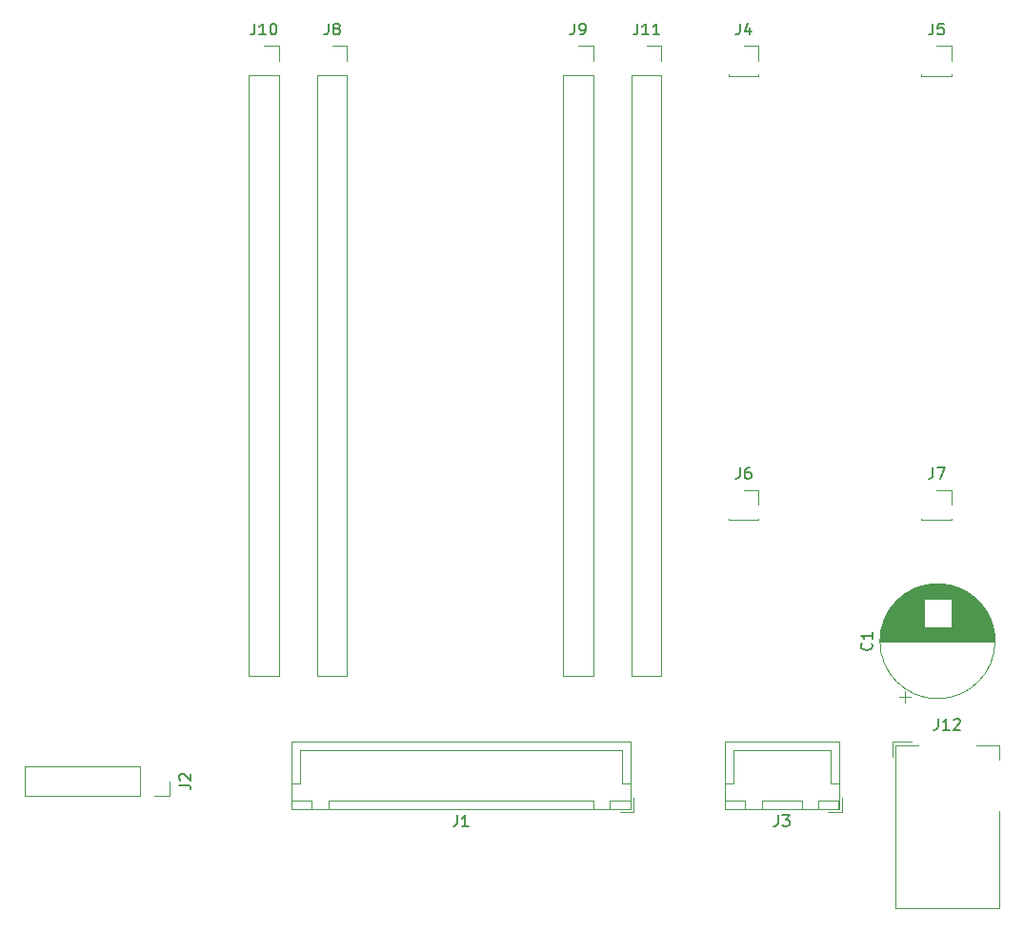
<source format=gbr>
%TF.GenerationSoftware,KiCad,Pcbnew,9.0.3*%
%TF.CreationDate,2025-07-24T13:33:20+07:00*%
%TF.ProjectId,shield,73686965-6c64-42e6-9b69-6361645f7063,rev?*%
%TF.SameCoordinates,Original*%
%TF.FileFunction,Legend,Top*%
%TF.FilePolarity,Positive*%
%FSLAX46Y46*%
G04 Gerber Fmt 4.6, Leading zero omitted, Abs format (unit mm)*
G04 Created by KiCad (PCBNEW 9.0.3) date 2025-07-24 13:33:20*
%MOMM*%
%LPD*%
G01*
G04 APERTURE LIST*
%ADD10C,0.150000*%
%ADD11C,0.120000*%
G04 APERTURE END LIST*
D10*
X109704219Y-137997133D02*
X110418504Y-137997133D01*
X110418504Y-137997133D02*
X110561361Y-138044752D01*
X110561361Y-138044752D02*
X110656600Y-138139990D01*
X110656600Y-138139990D02*
X110704219Y-138282847D01*
X110704219Y-138282847D02*
X110704219Y-138378085D01*
X109799457Y-137568561D02*
X109751838Y-137520942D01*
X109751838Y-137520942D02*
X109704219Y-137425704D01*
X109704219Y-137425704D02*
X109704219Y-137187609D01*
X109704219Y-137187609D02*
X109751838Y-137092371D01*
X109751838Y-137092371D02*
X109799457Y-137044752D01*
X109799457Y-137044752D02*
X109894695Y-136997133D01*
X109894695Y-136997133D02*
X109989933Y-136997133D01*
X109989933Y-136997133D02*
X110132790Y-137044752D01*
X110132790Y-137044752D02*
X110704219Y-137616180D01*
X110704219Y-137616180D02*
X110704219Y-136997133D01*
X162926066Y-140668619D02*
X162926066Y-141382904D01*
X162926066Y-141382904D02*
X162878447Y-141525761D01*
X162878447Y-141525761D02*
X162783209Y-141621000D01*
X162783209Y-141621000D02*
X162640352Y-141668619D01*
X162640352Y-141668619D02*
X162545114Y-141668619D01*
X163307019Y-140668619D02*
X163926066Y-140668619D01*
X163926066Y-140668619D02*
X163592733Y-141049571D01*
X163592733Y-141049571D02*
X163735590Y-141049571D01*
X163735590Y-141049571D02*
X163830828Y-141097190D01*
X163830828Y-141097190D02*
X163878447Y-141144809D01*
X163878447Y-141144809D02*
X163926066Y-141240047D01*
X163926066Y-141240047D02*
X163926066Y-141478142D01*
X163926066Y-141478142D02*
X163878447Y-141573380D01*
X163878447Y-141573380D02*
X163830828Y-141621000D01*
X163830828Y-141621000D02*
X163735590Y-141668619D01*
X163735590Y-141668619D02*
X163449876Y-141668619D01*
X163449876Y-141668619D02*
X163354638Y-141621000D01*
X163354638Y-141621000D02*
X163307019Y-141573380D01*
X176673266Y-109765619D02*
X176673266Y-110479904D01*
X176673266Y-110479904D02*
X176625647Y-110622761D01*
X176625647Y-110622761D02*
X176530409Y-110718000D01*
X176530409Y-110718000D02*
X176387552Y-110765619D01*
X176387552Y-110765619D02*
X176292314Y-110765619D01*
X177054219Y-109765619D02*
X177720885Y-109765619D01*
X177720885Y-109765619D02*
X177292314Y-110765619D01*
X159528266Y-109765619D02*
X159528266Y-110479904D01*
X159528266Y-110479904D02*
X159480647Y-110622761D01*
X159480647Y-110622761D02*
X159385409Y-110718000D01*
X159385409Y-110718000D02*
X159242552Y-110765619D01*
X159242552Y-110765619D02*
X159147314Y-110765619D01*
X160433028Y-109765619D02*
X160242552Y-109765619D01*
X160242552Y-109765619D02*
X160147314Y-109813238D01*
X160147314Y-109813238D02*
X160099695Y-109860857D01*
X160099695Y-109860857D02*
X160004457Y-110003714D01*
X160004457Y-110003714D02*
X159956838Y-110194190D01*
X159956838Y-110194190D02*
X159956838Y-110575142D01*
X159956838Y-110575142D02*
X160004457Y-110670380D01*
X160004457Y-110670380D02*
X160052076Y-110718000D01*
X160052076Y-110718000D02*
X160147314Y-110765619D01*
X160147314Y-110765619D02*
X160337790Y-110765619D01*
X160337790Y-110765619D02*
X160433028Y-110718000D01*
X160433028Y-110718000D02*
X160480647Y-110670380D01*
X160480647Y-110670380D02*
X160528266Y-110575142D01*
X160528266Y-110575142D02*
X160528266Y-110337047D01*
X160528266Y-110337047D02*
X160480647Y-110241809D01*
X160480647Y-110241809D02*
X160433028Y-110194190D01*
X160433028Y-110194190D02*
X160337790Y-110146571D01*
X160337790Y-110146571D02*
X160147314Y-110146571D01*
X160147314Y-110146571D02*
X160052076Y-110194190D01*
X160052076Y-110194190D02*
X160004457Y-110241809D01*
X160004457Y-110241809D02*
X159956838Y-110337047D01*
X144808266Y-70268619D02*
X144808266Y-70982904D01*
X144808266Y-70982904D02*
X144760647Y-71125761D01*
X144760647Y-71125761D02*
X144665409Y-71221000D01*
X144665409Y-71221000D02*
X144522552Y-71268619D01*
X144522552Y-71268619D02*
X144427314Y-71268619D01*
X145332076Y-71268619D02*
X145522552Y-71268619D01*
X145522552Y-71268619D02*
X145617790Y-71221000D01*
X145617790Y-71221000D02*
X145665409Y-71173380D01*
X145665409Y-71173380D02*
X145760647Y-71030523D01*
X145760647Y-71030523D02*
X145808266Y-70840047D01*
X145808266Y-70840047D02*
X145808266Y-70459095D01*
X145808266Y-70459095D02*
X145760647Y-70363857D01*
X145760647Y-70363857D02*
X145713028Y-70316238D01*
X145713028Y-70316238D02*
X145617790Y-70268619D01*
X145617790Y-70268619D02*
X145427314Y-70268619D01*
X145427314Y-70268619D02*
X145332076Y-70316238D01*
X145332076Y-70316238D02*
X145284457Y-70363857D01*
X145284457Y-70363857D02*
X145236838Y-70459095D01*
X145236838Y-70459095D02*
X145236838Y-70697190D01*
X145236838Y-70697190D02*
X145284457Y-70792428D01*
X145284457Y-70792428D02*
X145332076Y-70840047D01*
X145332076Y-70840047D02*
X145427314Y-70887666D01*
X145427314Y-70887666D02*
X145617790Y-70887666D01*
X145617790Y-70887666D02*
X145713028Y-70840047D01*
X145713028Y-70840047D02*
X145760647Y-70792428D01*
X145760647Y-70792428D02*
X145808266Y-70697190D01*
X122958266Y-70268619D02*
X122958266Y-70982904D01*
X122958266Y-70982904D02*
X122910647Y-71125761D01*
X122910647Y-71125761D02*
X122815409Y-71221000D01*
X122815409Y-71221000D02*
X122672552Y-71268619D01*
X122672552Y-71268619D02*
X122577314Y-71268619D01*
X123577314Y-70697190D02*
X123482076Y-70649571D01*
X123482076Y-70649571D02*
X123434457Y-70601952D01*
X123434457Y-70601952D02*
X123386838Y-70506714D01*
X123386838Y-70506714D02*
X123386838Y-70459095D01*
X123386838Y-70459095D02*
X123434457Y-70363857D01*
X123434457Y-70363857D02*
X123482076Y-70316238D01*
X123482076Y-70316238D02*
X123577314Y-70268619D01*
X123577314Y-70268619D02*
X123767790Y-70268619D01*
X123767790Y-70268619D02*
X123863028Y-70316238D01*
X123863028Y-70316238D02*
X123910647Y-70363857D01*
X123910647Y-70363857D02*
X123958266Y-70459095D01*
X123958266Y-70459095D02*
X123958266Y-70506714D01*
X123958266Y-70506714D02*
X123910647Y-70601952D01*
X123910647Y-70601952D02*
X123863028Y-70649571D01*
X123863028Y-70649571D02*
X123767790Y-70697190D01*
X123767790Y-70697190D02*
X123577314Y-70697190D01*
X123577314Y-70697190D02*
X123482076Y-70744809D01*
X123482076Y-70744809D02*
X123434457Y-70792428D01*
X123434457Y-70792428D02*
X123386838Y-70887666D01*
X123386838Y-70887666D02*
X123386838Y-71078142D01*
X123386838Y-71078142D02*
X123434457Y-71173380D01*
X123434457Y-71173380D02*
X123482076Y-71221000D01*
X123482076Y-71221000D02*
X123577314Y-71268619D01*
X123577314Y-71268619D02*
X123767790Y-71268619D01*
X123767790Y-71268619D02*
X123863028Y-71221000D01*
X123863028Y-71221000D02*
X123910647Y-71173380D01*
X123910647Y-71173380D02*
X123958266Y-71078142D01*
X123958266Y-71078142D02*
X123958266Y-70887666D01*
X123958266Y-70887666D02*
X123910647Y-70792428D01*
X123910647Y-70792428D02*
X123863028Y-70744809D01*
X123863028Y-70744809D02*
X123767790Y-70697190D01*
X177142876Y-132108219D02*
X177142876Y-132822504D01*
X177142876Y-132822504D02*
X177095257Y-132965361D01*
X177095257Y-132965361D02*
X177000019Y-133060600D01*
X177000019Y-133060600D02*
X176857162Y-133108219D01*
X176857162Y-133108219D02*
X176761924Y-133108219D01*
X178142876Y-133108219D02*
X177571448Y-133108219D01*
X177857162Y-133108219D02*
X177857162Y-132108219D01*
X177857162Y-132108219D02*
X177761924Y-132251076D01*
X177761924Y-132251076D02*
X177666686Y-132346314D01*
X177666686Y-132346314D02*
X177571448Y-132393933D01*
X178523829Y-132203457D02*
X178571448Y-132155838D01*
X178571448Y-132155838D02*
X178666686Y-132108219D01*
X178666686Y-132108219D02*
X178904781Y-132108219D01*
X178904781Y-132108219D02*
X179000019Y-132155838D01*
X179000019Y-132155838D02*
X179047638Y-132203457D01*
X179047638Y-132203457D02*
X179095257Y-132298695D01*
X179095257Y-132298695D02*
X179095257Y-132393933D01*
X179095257Y-132393933D02*
X179047638Y-132536790D01*
X179047638Y-132536790D02*
X178476210Y-133108219D01*
X178476210Y-133108219D02*
X179095257Y-133108219D01*
X176673266Y-70268619D02*
X176673266Y-70982904D01*
X176673266Y-70982904D02*
X176625647Y-71125761D01*
X176625647Y-71125761D02*
X176530409Y-71221000D01*
X176530409Y-71221000D02*
X176387552Y-71268619D01*
X176387552Y-71268619D02*
X176292314Y-71268619D01*
X177625647Y-70268619D02*
X177149457Y-70268619D01*
X177149457Y-70268619D02*
X177101838Y-70744809D01*
X177101838Y-70744809D02*
X177149457Y-70697190D01*
X177149457Y-70697190D02*
X177244695Y-70649571D01*
X177244695Y-70649571D02*
X177482790Y-70649571D01*
X177482790Y-70649571D02*
X177578028Y-70697190D01*
X177578028Y-70697190D02*
X177625647Y-70744809D01*
X177625647Y-70744809D02*
X177673266Y-70840047D01*
X177673266Y-70840047D02*
X177673266Y-71078142D01*
X177673266Y-71078142D02*
X177625647Y-71173380D01*
X177625647Y-71173380D02*
X177578028Y-71221000D01*
X177578028Y-71221000D02*
X177482790Y-71268619D01*
X177482790Y-71268619D02*
X177244695Y-71268619D01*
X177244695Y-71268619D02*
X177149457Y-71221000D01*
X177149457Y-71221000D02*
X177101838Y-71173380D01*
X171198380Y-125374066D02*
X171246000Y-125421685D01*
X171246000Y-125421685D02*
X171293619Y-125564542D01*
X171293619Y-125564542D02*
X171293619Y-125659780D01*
X171293619Y-125659780D02*
X171246000Y-125802637D01*
X171246000Y-125802637D02*
X171150761Y-125897875D01*
X171150761Y-125897875D02*
X171055523Y-125945494D01*
X171055523Y-125945494D02*
X170865047Y-125993113D01*
X170865047Y-125993113D02*
X170722190Y-125993113D01*
X170722190Y-125993113D02*
X170531714Y-125945494D01*
X170531714Y-125945494D02*
X170436476Y-125897875D01*
X170436476Y-125897875D02*
X170341238Y-125802637D01*
X170341238Y-125802637D02*
X170293619Y-125659780D01*
X170293619Y-125659780D02*
X170293619Y-125564542D01*
X170293619Y-125564542D02*
X170341238Y-125421685D01*
X170341238Y-125421685D02*
X170388857Y-125374066D01*
X171293619Y-124421685D02*
X171293619Y-124993113D01*
X171293619Y-124707399D02*
X170293619Y-124707399D01*
X170293619Y-124707399D02*
X170436476Y-124802637D01*
X170436476Y-124802637D02*
X170531714Y-124897875D01*
X170531714Y-124897875D02*
X170579333Y-124993113D01*
X116392076Y-70268619D02*
X116392076Y-70982904D01*
X116392076Y-70982904D02*
X116344457Y-71125761D01*
X116344457Y-71125761D02*
X116249219Y-71221000D01*
X116249219Y-71221000D02*
X116106362Y-71268619D01*
X116106362Y-71268619D02*
X116011124Y-71268619D01*
X117392076Y-71268619D02*
X116820648Y-71268619D01*
X117106362Y-71268619D02*
X117106362Y-70268619D01*
X117106362Y-70268619D02*
X117011124Y-70411476D01*
X117011124Y-70411476D02*
X116915886Y-70506714D01*
X116915886Y-70506714D02*
X116820648Y-70554333D01*
X118011124Y-70268619D02*
X118106362Y-70268619D01*
X118106362Y-70268619D02*
X118201600Y-70316238D01*
X118201600Y-70316238D02*
X118249219Y-70363857D01*
X118249219Y-70363857D02*
X118296838Y-70459095D01*
X118296838Y-70459095D02*
X118344457Y-70649571D01*
X118344457Y-70649571D02*
X118344457Y-70887666D01*
X118344457Y-70887666D02*
X118296838Y-71078142D01*
X118296838Y-71078142D02*
X118249219Y-71173380D01*
X118249219Y-71173380D02*
X118201600Y-71221000D01*
X118201600Y-71221000D02*
X118106362Y-71268619D01*
X118106362Y-71268619D02*
X118011124Y-71268619D01*
X118011124Y-71268619D02*
X117915886Y-71221000D01*
X117915886Y-71221000D02*
X117868267Y-71173380D01*
X117868267Y-71173380D02*
X117820648Y-71078142D01*
X117820648Y-71078142D02*
X117773029Y-70887666D01*
X117773029Y-70887666D02*
X117773029Y-70649571D01*
X117773029Y-70649571D02*
X117820648Y-70459095D01*
X117820648Y-70459095D02*
X117868267Y-70363857D01*
X117868267Y-70363857D02*
X117915886Y-70316238D01*
X117915886Y-70316238D02*
X118011124Y-70268619D01*
X134406066Y-140668619D02*
X134406066Y-141382904D01*
X134406066Y-141382904D02*
X134358447Y-141525761D01*
X134358447Y-141525761D02*
X134263209Y-141621000D01*
X134263209Y-141621000D02*
X134120352Y-141668619D01*
X134120352Y-141668619D02*
X134025114Y-141668619D01*
X135406066Y-141668619D02*
X134834638Y-141668619D01*
X135120352Y-141668619D02*
X135120352Y-140668619D01*
X135120352Y-140668619D02*
X135025114Y-140811476D01*
X135025114Y-140811476D02*
X134929876Y-140906714D01*
X134929876Y-140906714D02*
X134834638Y-140954333D01*
X150422076Y-70268619D02*
X150422076Y-70982904D01*
X150422076Y-70982904D02*
X150374457Y-71125761D01*
X150374457Y-71125761D02*
X150279219Y-71221000D01*
X150279219Y-71221000D02*
X150136362Y-71268619D01*
X150136362Y-71268619D02*
X150041124Y-71268619D01*
X151422076Y-71268619D02*
X150850648Y-71268619D01*
X151136362Y-71268619D02*
X151136362Y-70268619D01*
X151136362Y-70268619D02*
X151041124Y-70411476D01*
X151041124Y-70411476D02*
X150945886Y-70506714D01*
X150945886Y-70506714D02*
X150850648Y-70554333D01*
X152374457Y-71268619D02*
X151803029Y-71268619D01*
X152088743Y-71268619D02*
X152088743Y-70268619D01*
X152088743Y-70268619D02*
X151993505Y-70411476D01*
X151993505Y-70411476D02*
X151898267Y-70506714D01*
X151898267Y-70506714D02*
X151803029Y-70554333D01*
X159528266Y-70268619D02*
X159528266Y-70982904D01*
X159528266Y-70982904D02*
X159480647Y-71125761D01*
X159480647Y-71125761D02*
X159385409Y-71221000D01*
X159385409Y-71221000D02*
X159242552Y-71268619D01*
X159242552Y-71268619D02*
X159147314Y-71268619D01*
X160433028Y-70601952D02*
X160433028Y-71268619D01*
X160194933Y-70221000D02*
X159956838Y-70935285D01*
X159956838Y-70935285D02*
X160575885Y-70935285D01*
D11*
%TO.C,J2*%
X106209400Y-136333800D02*
X95989400Y-136333800D01*
X106209400Y-136333800D02*
X106209400Y-138993800D01*
X95989400Y-136333800D02*
X95989400Y-138993800D01*
X108809400Y-137663800D02*
X108809400Y-138993800D01*
X108809400Y-138993800D02*
X107479400Y-138993800D01*
X106209400Y-138993800D02*
X95989400Y-138993800D01*
%TO.C,J3*%
X158199400Y-134153800D02*
X158199400Y-140123800D01*
X158199400Y-140123800D02*
X168319400Y-140123800D01*
X158209400Y-137863800D02*
X158959400Y-137863800D01*
X158209400Y-139363800D02*
X158209400Y-140113800D01*
X158209400Y-140113800D02*
X160009400Y-140113800D01*
X158959400Y-134913800D02*
X163259400Y-134913800D01*
X158959400Y-137863800D02*
X158959400Y-134913800D01*
X160009400Y-139363800D02*
X158209400Y-139363800D01*
X160009400Y-140113800D02*
X160009400Y-139363800D01*
X161509400Y-139363800D02*
X161509400Y-140113800D01*
X161509400Y-140113800D02*
X165009400Y-140113800D01*
X165009400Y-139363800D02*
X161509400Y-139363800D01*
X165009400Y-140113800D02*
X165009400Y-139363800D01*
X166509400Y-139363800D02*
X166509400Y-140113800D01*
X166509400Y-140113800D02*
X168309400Y-140113800D01*
X167359400Y-140413800D02*
X168609400Y-140413800D01*
X167559400Y-134913800D02*
X163259400Y-134913800D01*
X167559400Y-137863800D02*
X167559400Y-134913800D01*
X168309400Y-137863800D02*
X167559400Y-137863800D01*
X168309400Y-139363800D02*
X166509400Y-139363800D01*
X168309400Y-140113800D02*
X168309400Y-139363800D01*
X168319400Y-134153800D02*
X158199400Y-134153800D01*
X168319400Y-140123800D02*
X168319400Y-134153800D01*
X168609400Y-140413800D02*
X168609400Y-139163800D01*
%TO.C,J7*%
X178336600Y-114290800D02*
X178336600Y-114410800D01*
X178336600Y-111750800D02*
X178336600Y-113080800D01*
X177006600Y-111750800D02*
X178336600Y-111750800D01*
X175676600Y-114410800D02*
X178336600Y-114410800D01*
X175676600Y-114290800D02*
X175676600Y-114410800D01*
%TO.C,J6*%
X161191600Y-114290800D02*
X161191600Y-114410800D01*
X161191600Y-111750800D02*
X161191600Y-113080800D01*
X159861600Y-111750800D02*
X161191600Y-111750800D01*
X158531600Y-114410800D02*
X161191600Y-114410800D01*
X158531600Y-114290800D02*
X158531600Y-114410800D01*
%TO.C,J9*%
X146471600Y-74853800D02*
X146471600Y-128253800D01*
X146471600Y-72253800D02*
X146471600Y-73583800D01*
X145141600Y-72253800D02*
X146471600Y-72253800D01*
X143811600Y-128253800D02*
X146471600Y-128253800D01*
X143811600Y-74853800D02*
X146471600Y-74853800D01*
X143811600Y-74853800D02*
X143811600Y-128253800D01*
%TO.C,J8*%
X124621600Y-74853800D02*
X124621600Y-128253800D01*
X124621600Y-72253800D02*
X124621600Y-73583800D01*
X123291600Y-72253800D02*
X124621600Y-72253800D01*
X121961600Y-128253800D02*
X124621600Y-128253800D01*
X121961600Y-74853800D02*
X124621600Y-74853800D01*
X121961600Y-74853800D02*
X121961600Y-128253800D01*
%TO.C,J12*%
X173052400Y-134153400D02*
X173052400Y-135453400D01*
X173352400Y-134453400D02*
X175352400Y-134453400D01*
X173352400Y-148953400D02*
X173352400Y-134453400D01*
X174752400Y-134153400D02*
X173052400Y-134153400D01*
X180552400Y-134453400D02*
X182552400Y-134453400D01*
X182552400Y-134453400D02*
X182552400Y-135753400D01*
X182552400Y-140353400D02*
X182552400Y-148953400D01*
X182552400Y-148953400D02*
X173352400Y-148953400D01*
%TO.C,J5*%
X175676600Y-74793800D02*
X175676600Y-74913800D01*
X175676600Y-74913800D02*
X178336600Y-74913800D01*
X177006600Y-72253800D02*
X178336600Y-72253800D01*
X178336600Y-72253800D02*
X178336600Y-73583800D01*
X178336600Y-74793800D02*
X178336600Y-74913800D01*
%TO.C,C1*%
X174213800Y-130687046D02*
X174213800Y-129687046D01*
X173713800Y-130187046D02*
X174713800Y-130187046D01*
X172008800Y-125207400D02*
X182168800Y-125207400D01*
X172008800Y-125167400D02*
X182168800Y-125167400D01*
X172009800Y-125127400D02*
X182167800Y-125127400D01*
X172009800Y-125087400D02*
X182167800Y-125087400D01*
X172011800Y-125047400D02*
X182165800Y-125047400D01*
X172012800Y-125007400D02*
X182164800Y-125007400D01*
X172014800Y-124967400D02*
X182162800Y-124967400D01*
X172016800Y-124927400D02*
X182160800Y-124927400D01*
X172018800Y-124887400D02*
X182158800Y-124887400D01*
X172021800Y-124847400D02*
X182155800Y-124847400D01*
X172024800Y-124807400D02*
X182152800Y-124807400D01*
X172027800Y-124767400D02*
X182149800Y-124767400D01*
X172031800Y-124727400D02*
X182145800Y-124727400D01*
X172034800Y-124687400D02*
X182142800Y-124687400D01*
X172039800Y-124647400D02*
X182137800Y-124647400D01*
X172043800Y-124607400D02*
X182133800Y-124607400D01*
X172048800Y-124567400D02*
X182128800Y-124567400D01*
X172053800Y-124527400D02*
X182123800Y-124527400D01*
X172059800Y-124487400D02*
X182117800Y-124487400D01*
X172065800Y-124447400D02*
X182111800Y-124447400D01*
X172071800Y-124407400D02*
X182105800Y-124407400D01*
X172077800Y-124367400D02*
X182099800Y-124367400D01*
X172084800Y-124327400D02*
X182092800Y-124327400D01*
X172091800Y-124287400D02*
X182085800Y-124287400D01*
X172099800Y-124247400D02*
X182077800Y-124247400D01*
X172107800Y-124207400D02*
X182069800Y-124207400D01*
X172115800Y-124167400D02*
X182061800Y-124167400D01*
X172123800Y-124127400D02*
X182053800Y-124127400D01*
X172132800Y-124087400D02*
X182044800Y-124087400D01*
X172141800Y-124047400D02*
X182035800Y-124047400D01*
X172151800Y-124007400D02*
X182025800Y-124007400D01*
X172160800Y-123967400D02*
X182016800Y-123967400D01*
X172171800Y-123927400D02*
X175848800Y-123927400D01*
X178328800Y-123927400D02*
X182005800Y-123927400D01*
X172181800Y-123887400D02*
X175848800Y-123887400D01*
X178328800Y-123887400D02*
X181995800Y-123887400D01*
X172192800Y-123847400D02*
X175848800Y-123847400D01*
X178328800Y-123847400D02*
X181984800Y-123847400D01*
X172203800Y-123807400D02*
X175848800Y-123807400D01*
X178328800Y-123807400D02*
X181973800Y-123807400D01*
X172215800Y-123767400D02*
X175848800Y-123767400D01*
X178328800Y-123767400D02*
X181961800Y-123767400D01*
X172227800Y-123727400D02*
X175848800Y-123727400D01*
X178328800Y-123727400D02*
X181949800Y-123727400D01*
X172239800Y-123687400D02*
X175848800Y-123687400D01*
X178328800Y-123687400D02*
X181937800Y-123687400D01*
X172251800Y-123647400D02*
X175848800Y-123647400D01*
X178328800Y-123647400D02*
X181925800Y-123647400D01*
X172264800Y-123607400D02*
X175848800Y-123607400D01*
X178328800Y-123607400D02*
X181912800Y-123607400D01*
X172278800Y-123567400D02*
X175848800Y-123567400D01*
X178328800Y-123567400D02*
X181898800Y-123567400D01*
X172291800Y-123527400D02*
X175848800Y-123527400D01*
X178328800Y-123527400D02*
X181885800Y-123527400D01*
X172306800Y-123487400D02*
X175848800Y-123487400D01*
X178328800Y-123487400D02*
X181870800Y-123487400D01*
X172320800Y-123447400D02*
X175848800Y-123447400D01*
X178328800Y-123447400D02*
X181856800Y-123447400D01*
X172335800Y-123407400D02*
X175848800Y-123407400D01*
X178328800Y-123407400D02*
X181841800Y-123407400D01*
X172350800Y-123367400D02*
X175848800Y-123367400D01*
X178328800Y-123367400D02*
X181826800Y-123367400D01*
X172366800Y-123327400D02*
X175848800Y-123327400D01*
X178328800Y-123327400D02*
X181810800Y-123327400D01*
X172382800Y-123287400D02*
X175848800Y-123287400D01*
X178328800Y-123287400D02*
X181794800Y-123287400D01*
X172398800Y-123247400D02*
X175848800Y-123247400D01*
X178328800Y-123247400D02*
X181778800Y-123247400D01*
X172415800Y-123207400D02*
X175848800Y-123207400D01*
X178328800Y-123207400D02*
X181761800Y-123207400D01*
X172432800Y-123167400D02*
X175848800Y-123167400D01*
X178328800Y-123167400D02*
X181744800Y-123167400D01*
X172450800Y-123127400D02*
X175848800Y-123127400D01*
X178328800Y-123127400D02*
X181726800Y-123127400D01*
X172468800Y-123087400D02*
X175848800Y-123087400D01*
X178328800Y-123087400D02*
X181708800Y-123087400D01*
X172486800Y-123047400D02*
X175848800Y-123047400D01*
X178328800Y-123047400D02*
X181690800Y-123047400D01*
X172505800Y-123007400D02*
X175848800Y-123007400D01*
X178328800Y-123007400D02*
X181671800Y-123007400D01*
X172524800Y-122967400D02*
X175848800Y-122967400D01*
X178328800Y-122967400D02*
X181652800Y-122967400D01*
X172544800Y-122927400D02*
X175848800Y-122927400D01*
X178328800Y-122927400D02*
X181632800Y-122927400D01*
X172564800Y-122887400D02*
X175848800Y-122887400D01*
X178328800Y-122887400D02*
X181612800Y-122887400D01*
X172584800Y-122847400D02*
X175848800Y-122847400D01*
X178328800Y-122847400D02*
X181592800Y-122847400D01*
X172605800Y-122807400D02*
X175848800Y-122807400D01*
X178328800Y-122807400D02*
X181571800Y-122807400D01*
X172627800Y-122767400D02*
X175848800Y-122767400D01*
X178328800Y-122767400D02*
X181549800Y-122767400D01*
X172649800Y-122727400D02*
X175848800Y-122727400D01*
X178328800Y-122727400D02*
X181527800Y-122727400D01*
X172671800Y-122687400D02*
X175848800Y-122687400D01*
X178328800Y-122687400D02*
X181505800Y-122687400D01*
X172694800Y-122647400D02*
X175848800Y-122647400D01*
X178328800Y-122647400D02*
X181482800Y-122647400D01*
X172717800Y-122607400D02*
X175848800Y-122607400D01*
X178328800Y-122607400D02*
X181459800Y-122607400D01*
X172741800Y-122567400D02*
X175848800Y-122567400D01*
X178328800Y-122567400D02*
X181435800Y-122567400D01*
X172765800Y-122527400D02*
X175848800Y-122527400D01*
X178328800Y-122527400D02*
X181411800Y-122527400D01*
X172790800Y-122487400D02*
X175848800Y-122487400D01*
X178328800Y-122487400D02*
X181386800Y-122487400D01*
X172816800Y-122447400D02*
X175848800Y-122447400D01*
X178328800Y-122447400D02*
X181360800Y-122447400D01*
X172841800Y-122407400D02*
X175848800Y-122407400D01*
X178328800Y-122407400D02*
X181335800Y-122407400D01*
X172868800Y-122367400D02*
X175848800Y-122367400D01*
X178328800Y-122367400D02*
X181308800Y-122367400D01*
X172895800Y-122327400D02*
X175848800Y-122327400D01*
X178328800Y-122327400D02*
X181281800Y-122327400D01*
X172922800Y-122287400D02*
X175848800Y-122287400D01*
X178328800Y-122287400D02*
X181254800Y-122287400D01*
X172950800Y-122247400D02*
X175848800Y-122247400D01*
X178328800Y-122247400D02*
X181226800Y-122247400D01*
X172979800Y-122207400D02*
X175848800Y-122207400D01*
X178328800Y-122207400D02*
X181197800Y-122207400D01*
X173008800Y-122167400D02*
X175848800Y-122167400D01*
X178328800Y-122167400D02*
X181168800Y-122167400D01*
X173038800Y-122127400D02*
X175848800Y-122127400D01*
X178328800Y-122127400D02*
X181138800Y-122127400D01*
X173068800Y-122087400D02*
X175848800Y-122087400D01*
X178328800Y-122087400D02*
X181108800Y-122087400D01*
X173100800Y-122047400D02*
X175848800Y-122047400D01*
X178328800Y-122047400D02*
X181076800Y-122047400D01*
X173131800Y-122007400D02*
X175848800Y-122007400D01*
X178328800Y-122007400D02*
X181045800Y-122007400D01*
X173164800Y-121967400D02*
X175848800Y-121967400D01*
X178328800Y-121967400D02*
X181012800Y-121967400D01*
X173197800Y-121927400D02*
X175848800Y-121927400D01*
X178328800Y-121927400D02*
X180979800Y-121927400D01*
X173230800Y-121887400D02*
X175848800Y-121887400D01*
X178328800Y-121887400D02*
X180946800Y-121887400D01*
X173265800Y-121847400D02*
X175848800Y-121847400D01*
X178328800Y-121847400D02*
X180911800Y-121847400D01*
X173300800Y-121807400D02*
X175848800Y-121807400D01*
X178328800Y-121807400D02*
X180876800Y-121807400D01*
X173336800Y-121767400D02*
X175848800Y-121767400D01*
X178328800Y-121767400D02*
X180840800Y-121767400D01*
X173372800Y-121727400D02*
X175848800Y-121727400D01*
X178328800Y-121727400D02*
X180804800Y-121727400D01*
X173410800Y-121687400D02*
X175848800Y-121687400D01*
X178328800Y-121687400D02*
X180766800Y-121687400D01*
X173448800Y-121647400D02*
X175848800Y-121647400D01*
X178328800Y-121647400D02*
X180728800Y-121647400D01*
X173487800Y-121607400D02*
X175848800Y-121607400D01*
X178328800Y-121607400D02*
X180689800Y-121607400D01*
X173527800Y-121567400D02*
X175848800Y-121567400D01*
X178328800Y-121567400D02*
X180649800Y-121567400D01*
X173568800Y-121527400D02*
X175848800Y-121527400D01*
X178328800Y-121527400D02*
X180608800Y-121527400D01*
X173610800Y-121487400D02*
X175848800Y-121487400D01*
X178328800Y-121487400D02*
X180566800Y-121487400D01*
X173653800Y-121447400D02*
X180523800Y-121447400D01*
X173697800Y-121407400D02*
X180479800Y-121407400D01*
X173741800Y-121367400D02*
X180435800Y-121367400D01*
X173787800Y-121327400D02*
X180389800Y-121327400D01*
X173834800Y-121287400D02*
X180342800Y-121287400D01*
X173883800Y-121247400D02*
X180293800Y-121247400D01*
X173932800Y-121207400D02*
X180244800Y-121207400D01*
X173983800Y-121167400D02*
X180193800Y-121167400D01*
X174035800Y-121127400D02*
X180141800Y-121127400D01*
X174088800Y-121087400D02*
X180088800Y-121087400D01*
X174143800Y-121047400D02*
X180033800Y-121047400D01*
X174200800Y-121007400D02*
X179976800Y-121007400D01*
X174258800Y-120967400D02*
X179918800Y-120967400D01*
X174318800Y-120927400D02*
X179858800Y-120927400D01*
X174380800Y-120887400D02*
X179796800Y-120887400D01*
X174444800Y-120847400D02*
X179732800Y-120847400D01*
X174510800Y-120807400D02*
X179666800Y-120807400D01*
X174578800Y-120767400D02*
X179598800Y-120767400D01*
X174649800Y-120727400D02*
X179527800Y-120727400D01*
X174723800Y-120687400D02*
X179453800Y-120687400D01*
X174800800Y-120647400D02*
X179376800Y-120647400D01*
X174880800Y-120607400D02*
X179296800Y-120607400D01*
X174964800Y-120567400D02*
X179212800Y-120567400D01*
X175051800Y-120527400D02*
X179125800Y-120527400D01*
X175144800Y-120487400D02*
X179032800Y-120487400D01*
X175242800Y-120447400D02*
X178934800Y-120447400D01*
X175346800Y-120407400D02*
X178830800Y-120407400D01*
X175458800Y-120367400D02*
X178718800Y-120367400D01*
X175579800Y-120327400D02*
X178597800Y-120327400D01*
X175711800Y-120287400D02*
X178465800Y-120287400D01*
X175858800Y-120247400D02*
X178318800Y-120247400D01*
X176026800Y-120207400D02*
X178150800Y-120207400D01*
X176226800Y-120167400D02*
X177950800Y-120167400D01*
X176489800Y-120127400D02*
X177687800Y-120127400D01*
X182208800Y-125207400D02*
G75*
G02*
X171968800Y-125207400I-5120000J0D01*
G01*
X171968800Y-125207400D02*
G75*
G02*
X182208800Y-125207400I5120000J0D01*
G01*
%TO.C,J10*%
X115871600Y-74853800D02*
X115871600Y-128253800D01*
X115871600Y-74853800D02*
X118531600Y-74853800D01*
X115871600Y-128253800D02*
X118531600Y-128253800D01*
X117201600Y-72253800D02*
X118531600Y-72253800D01*
X118531600Y-72253800D02*
X118531600Y-73583800D01*
X118531600Y-74853800D02*
X118531600Y-128253800D01*
%TO.C,J1*%
X150089400Y-140413800D02*
X150089400Y-139163800D01*
X149799400Y-140123800D02*
X149799400Y-134153800D01*
X149799400Y-134153800D02*
X119679400Y-134153800D01*
X149789400Y-140113800D02*
X149789400Y-139363800D01*
X149789400Y-139363800D02*
X147989400Y-139363800D01*
X149789400Y-137863800D02*
X149039400Y-137863800D01*
X149039400Y-137863800D02*
X149039400Y-134913800D01*
X149039400Y-134913800D02*
X134739400Y-134913800D01*
X148839400Y-140413800D02*
X150089400Y-140413800D01*
X147989400Y-140113800D02*
X149789400Y-140113800D01*
X147989400Y-139363800D02*
X147989400Y-140113800D01*
X146489400Y-140113800D02*
X146489400Y-139363800D01*
X146489400Y-139363800D02*
X122989400Y-139363800D01*
X122989400Y-140113800D02*
X146489400Y-140113800D01*
X122989400Y-139363800D02*
X122989400Y-140113800D01*
X121489400Y-140113800D02*
X121489400Y-139363800D01*
X121489400Y-139363800D02*
X119689400Y-139363800D01*
X120439400Y-137863800D02*
X120439400Y-134913800D01*
X120439400Y-134913800D02*
X134739400Y-134913800D01*
X119689400Y-140113800D02*
X121489400Y-140113800D01*
X119689400Y-139363800D02*
X119689400Y-140113800D01*
X119689400Y-137863800D02*
X120439400Y-137863800D01*
X119679400Y-140123800D02*
X149799400Y-140123800D01*
X119679400Y-134153800D02*
X119679400Y-140123800D01*
%TO.C,J11*%
X149901600Y-74853800D02*
X149901600Y-128253800D01*
X149901600Y-74853800D02*
X152561600Y-74853800D01*
X149901600Y-128253800D02*
X152561600Y-128253800D01*
X151231600Y-72253800D02*
X152561600Y-72253800D01*
X152561600Y-72253800D02*
X152561600Y-73583800D01*
X152561600Y-74853800D02*
X152561600Y-128253800D01*
%TO.C,J4*%
X158531600Y-74793800D02*
X158531600Y-74913800D01*
X158531600Y-74913800D02*
X161191600Y-74913800D01*
X159861600Y-72253800D02*
X161191600Y-72253800D01*
X161191600Y-72253800D02*
X161191600Y-73583800D01*
X161191600Y-74793800D02*
X161191600Y-74913800D01*
%TD*%
M02*

</source>
